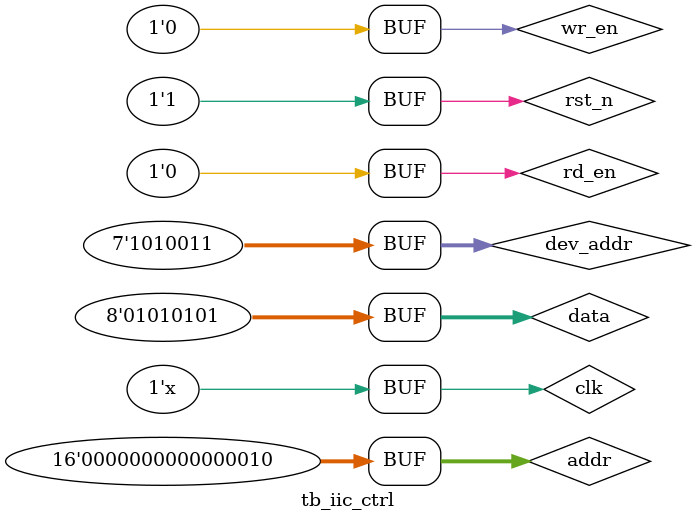
<source format=v>
`timescale 1ns/1ns
module tb_iic_ctrl();

reg           clk                         ;
reg           rst_n                       ;
reg  [7:0]    data                        ;
reg  [15:0]   addr                        ;
reg           wr_en                       ;
reg           rd_en                       ;
wire [6:0]    dev_addr  = 7'b1010011      ;
wire          done_flag                   ;                      
wire          scl                         ;
wire          sda                         ;
wire [7:0]    rd_data_reg                 ;  

initial
    begin
        clk     =   1'b1;
        rst_n   <=  1'b0;
        wr_en    <=  1'b0;
        rd_en    <=  1'b0;
        data        <=  8'b0;
        addr        <=  16'h0;
        #200
        rst_n   <= 1'b1;
        #2000
        data        <=  8'b01010101;
        addr        <=  16'h0002;
        wr_en    <=  1'b1;
        #20
        wr_en    <= 1'b0;  
        #200000
        rd_en   <= 1'b1;
        #20
        rd_en <= 1'b0;
    end

always #10 clk = ~clk;

iic_ctrl  iic_ctrl_inst
(
. clk        (clk  ) ,
. rst_n      (rst_n) ,
. wr_en      (wr_en  ) ,
. dev_addr   (dev_addr ) ,
. addr       (addr     ) ,
. data       (data     ) ,
. addr_num   (1'b0 ) ,
. rd_en      (rd_en  ) ,

. scl    ( scl    )    ,    
. sda        ( sda        ) ,  
. done_flag  ( done_flag  ) ,
. rd_data_reg( rd_data_reg)
);

at24c16_core at24c16_core_inst
(
        .scl     (scl)  ,
        .sda     (sda)  ,
        .wp      (1'b0)  ,
        .a0      (1'b0)  ,
        .a1      (1'b0)  ,
        .a2      (1'b0)      );

endmodule
</source>
